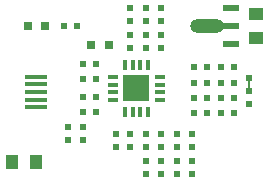
<source format=gtp>
G04 #@! TF.GenerationSoftware,KiCad,Pcbnew,5.0.1-33cea8e~68~ubuntu18.04.1*
G04 #@! TF.CreationDate,2018-11-23T22:37:15+01:00*
G04 #@! TF.ProjectId,FT230XQ_breakout,465432333058515F627265616B6F7574,rev?*
G04 #@! TF.SameCoordinates,Original*
G04 #@! TF.FileFunction,Paste,Top*
G04 #@! TF.FilePolarity,Positive*
%FSLAX46Y46*%
G04 Gerber Fmt 4.6, Leading zero omitted, Abs format (unit mm)*
G04 Created by KiCad (PCBNEW 5.0.1-33cea8e~68~ubuntu18.04.1) date vr 23 nov 2018 22:37:15 CET*
%MOMM*%
%LPD*%
G01*
G04 APERTURE LIST*
%ADD10C,0.200000*%
%ADD11R,0.950000X0.400000*%
%ADD12R,0.400000X0.950000*%
%ADD13R,2.300000X2.300000*%
%ADD14R,1.850000X0.400000*%
%ADD15R,0.800000X0.750000*%
%ADD16R,0.600000X0.500000*%
%ADD17R,0.600000X0.600000*%
%ADD18R,1.250000X1.000000*%
%ADD19R,0.500000X0.600000*%
%ADD20R,1.400000X0.480000*%
%ADD21O,2.850000X1.200000*%
%ADD22R,1.000000X1.250000*%
G04 APERTURE END LIST*
D10*
G04 #@! TO.C,SJ1*
X167400000Y-67100000D02*
X167400000Y-67600000D01*
G04 #@! TD*
D11*
G04 #@! TO.C,U1*
X159875000Y-66725000D03*
X159875000Y-67375000D03*
X159900000Y-68025000D03*
X159875000Y-68675000D03*
D12*
X158875000Y-69675000D03*
X158225000Y-69675000D03*
X157575000Y-69675000D03*
X156925000Y-69675000D03*
D11*
X155925000Y-68675000D03*
X155925000Y-68025000D03*
X155925000Y-67375000D03*
X155925000Y-66725000D03*
D12*
X156925000Y-65725000D03*
X157575000Y-65725000D03*
X158225000Y-65725000D03*
X158875000Y-65725000D03*
D13*
X157900000Y-67700000D03*
G04 #@! TD*
D14*
G04 #@! TO.C,J1*
X149400000Y-69300000D03*
X149400000Y-68650000D03*
X149400000Y-68000000D03*
X149400000Y-67350000D03*
X149400000Y-66700000D03*
G04 #@! TD*
D15*
G04 #@! TO.C,C1*
X148700000Y-62400000D03*
X150200000Y-62400000D03*
G04 #@! TD*
D16*
G04 #@! TO.C,C2*
X154450000Y-69700000D03*
X153350000Y-69700000D03*
G04 #@! TD*
G04 #@! TO.C,C3*
X153350000Y-65600000D03*
X154450000Y-65600000D03*
G04 #@! TD*
D17*
G04 #@! TO.C,R1*
X152850000Y-62400000D03*
X151750000Y-62400000D03*
G04 #@! TD*
G04 #@! TO.C,R2*
X153400000Y-70950000D03*
X153400000Y-72050000D03*
G04 #@! TD*
G04 #@! TO.C,R3*
X152100000Y-72050000D03*
X152100000Y-70950000D03*
G04 #@! TD*
G04 #@! TO.C,R4*
X153350000Y-68400000D03*
X154450000Y-68400000D03*
G04 #@! TD*
G04 #@! TO.C,R5*
X154450000Y-66900000D03*
X153350000Y-66900000D03*
G04 #@! TD*
D15*
G04 #@! TO.C,C4*
X155550000Y-64000000D03*
X154050000Y-64000000D03*
G04 #@! TD*
D18*
G04 #@! TO.C,C5*
X168000000Y-63400000D03*
X168000000Y-61400000D03*
G04 #@! TD*
D19*
G04 #@! TO.C,C6*
X157400000Y-72650000D03*
X157400000Y-71550000D03*
G04 #@! TD*
G04 #@! TO.C,C7*
X156200000Y-71550000D03*
X156200000Y-72650000D03*
G04 #@! TD*
D17*
G04 #@! TO.C,D1*
X157400000Y-61950000D03*
X157400000Y-60850000D03*
G04 #@! TD*
G04 #@! TO.C,D2*
X158700000Y-61950000D03*
X158700000Y-60850000D03*
G04 #@! TD*
G04 #@! TO.C,D3*
X160000000Y-61950000D03*
X160000000Y-60850000D03*
G04 #@! TD*
G04 #@! TO.C,R6*
X157400000Y-63150000D03*
X157400000Y-64250000D03*
G04 #@! TD*
G04 #@! TO.C,R7*
X158700000Y-63150000D03*
X158700000Y-64250000D03*
G04 #@! TD*
G04 #@! TO.C,R8*
X160000000Y-63150000D03*
X160000000Y-64250000D03*
G04 #@! TD*
G04 #@! TO.C,R9*
X162600000Y-72650000D03*
X162600000Y-71550000D03*
G04 #@! TD*
G04 #@! TO.C,R10*
X158700000Y-71550000D03*
X158700000Y-72650000D03*
G04 #@! TD*
G04 #@! TO.C,R11*
X160000000Y-71550000D03*
X160000000Y-72650000D03*
G04 #@! TD*
G04 #@! TO.C,R12*
X161300000Y-71550000D03*
X161300000Y-72650000D03*
G04 #@! TD*
G04 #@! TO.C,R13*
X165050000Y-67200000D03*
X166150000Y-67200000D03*
G04 #@! TD*
G04 #@! TO.C,R14*
X166150000Y-69800000D03*
X165050000Y-69800000D03*
G04 #@! TD*
G04 #@! TO.C,R15*
X165050000Y-68500000D03*
X166150000Y-68500000D03*
G04 #@! TD*
G04 #@! TO.C,R16*
X166150000Y-65900000D03*
X165050000Y-65900000D03*
G04 #@! TD*
G04 #@! TO.C,R17*
X162600000Y-73850000D03*
X162600000Y-74950000D03*
G04 #@! TD*
G04 #@! TO.C,R18*
X158700000Y-74950000D03*
X158700000Y-73850000D03*
G04 #@! TD*
G04 #@! TO.C,R19*
X160000000Y-74950000D03*
X160000000Y-73850000D03*
G04 #@! TD*
G04 #@! TO.C,R20*
X161300000Y-74950000D03*
X161300000Y-73850000D03*
G04 #@! TD*
G04 #@! TO.C,R21*
X162750000Y-67200000D03*
X163850000Y-67200000D03*
G04 #@! TD*
G04 #@! TO.C,R22*
X163850000Y-65900000D03*
X162750000Y-65900000D03*
G04 #@! TD*
G04 #@! TO.C,R23*
X163850000Y-68500000D03*
X162750000Y-68500000D03*
G04 #@! TD*
G04 #@! TO.C,R24*
X162750000Y-69800000D03*
X163850000Y-69800000D03*
G04 #@! TD*
D20*
G04 #@! TO.C,U2*
X165900000Y-63900000D03*
X165900000Y-62400000D03*
X165900000Y-60900000D03*
D21*
X163900000Y-62400000D03*
G04 #@! TD*
D22*
G04 #@! TO.C,C8*
X147400000Y-73900000D03*
X149400000Y-73900000D03*
G04 #@! TD*
D17*
G04 #@! TO.C,SJ1*
X167400000Y-66800000D03*
X167400000Y-67900000D03*
X167400000Y-69000000D03*
G04 #@! TD*
M02*

</source>
